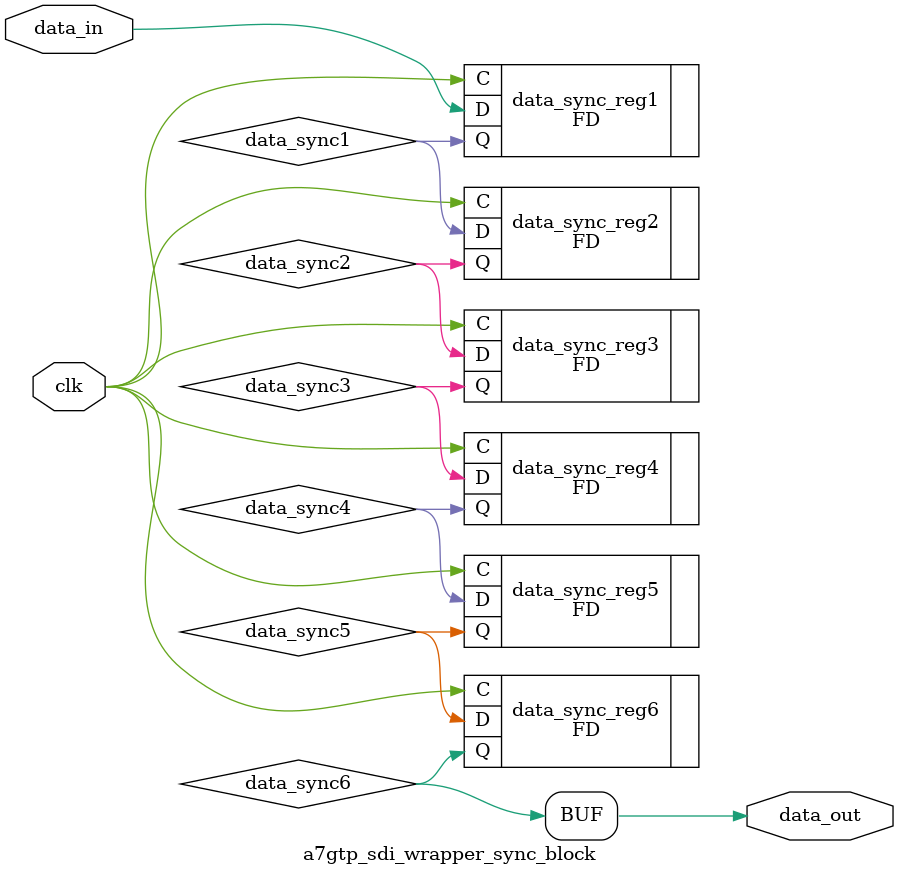
<source format=v>




`timescale 1ps / 1ps

//(* dont_touch = "yes" *)
module a7gtp_sdi_wrapper_sync_block #(
  parameter INITIALISE = 6'b000000
)
(
  input        clk,              // clock to be sync'ed to
  input        data_in,          // Data to be 'synced'
  output       data_out          // synced data
);

  // Internal Signals
  wire data_sync1;
  wire data_sync2;
  wire data_sync3;
  wire data_sync4;
  wire data_sync5;
  wire data_sync6;


  (* shreg_extract = "no", ASYNC_REG = "TRUE" *)
  FD #(
    .INIT (INITIALISE[0])
  ) data_sync_reg1 (
    .C  (clk),
    .D  (data_in),
    .Q  (data_sync1)
  );


  (* shreg_extract = "no", ASYNC_REG = "TRUE" *)
  FD #(
   .INIT (INITIALISE[1])
  ) data_sync_reg2 (
  .C  (clk),
  .D  (data_sync1),
  .Q  (data_sync2)
  );


  (* shreg_extract = "no", ASYNC_REG = "TRUE" *)
  FD #(
   .INIT (INITIALISE[2])
  ) data_sync_reg3 (
  .C  (clk),
  .D  (data_sync2),
  .Q  (data_sync3)
  );

  (* shreg_extract = "no", ASYNC_REG = "TRUE" *)
  FD #(
   .INIT (INITIALISE[3])
  ) data_sync_reg4 (
  .C  (clk),
  .D  (data_sync3),
  .Q  (data_sync4)
  );

  (* shreg_extract = "no", ASYNC_REG = "TRUE" *)
  FD #(
   .INIT (INITIALISE[4])
  ) data_sync_reg5 (
  .C  (clk),
  .D  (data_sync4),
  .Q  (data_sync5)
  );

  (* shreg_extract = "no", ASYNC_REG = "TRUE" *)
  FD #(
   .INIT (INITIALISE[5])
  ) data_sync_reg6 (
  .C  (clk),
  .D  (data_sync5),
  .Q  (data_sync6)
  );
  assign data_out = data_sync6;



endmodule

</source>
